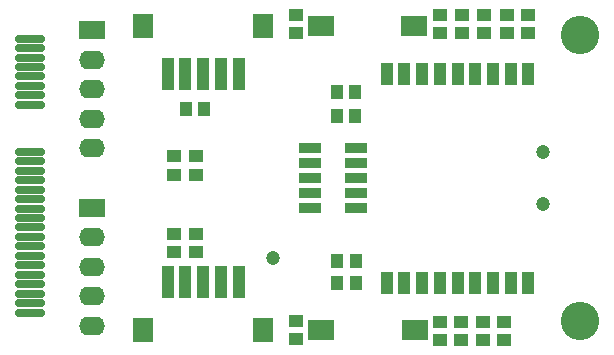
<source format=gts>
G04*
G04 #@! TF.GenerationSoftware,Altium Limited,Altium Designer,19.0.4 (130)*
G04*
G04 Layer_Color=8388736*
%FSLAX25Y25*%
%MOIN*%
G70*
G01*
G75*
G04:AMPARAMS|DCode=24|XSize=23.62mil|YSize=100.39mil|CornerRadius=0mil|HoleSize=0mil|Usage=FLASHONLY|Rotation=270.000|XOffset=0mil|YOffset=0mil|HoleType=Round|Shape=Octagon|*
%AMOCTAGOND24*
4,1,8,0.05020,0.00591,0.05020,-0.00591,0.04429,-0.01181,-0.04429,-0.01181,-0.05020,-0.00591,-0.05020,0.00591,-0.04429,0.01181,0.04429,0.01181,0.05020,0.00591,0.0*
%
%ADD24OCTAGOND24*%

G04:AMPARAMS|DCode=25|XSize=23.62mil|YSize=100.39mil|CornerRadius=0mil|HoleSize=0mil|Usage=FLASHONLY|Rotation=270.000|XOffset=0mil|YOffset=0mil|HoleType=Round|Shape=Octagon|*
%AMOCTAGOND25*
4,1,8,0.05020,0.00591,0.05020,-0.00591,0.04429,-0.01181,-0.04429,-0.01181,-0.05020,-0.00591,-0.05020,0.00591,-0.04429,0.01181,0.04429,0.01181,0.05020,0.00591,0.0*
%
%ADD25OCTAGOND25*%

%ADD27R,0.04658X0.04461*%
%ADD28C,0.04737*%
%ADD29R,0.04461X0.04658*%
%ADD30R,0.07493X0.03753*%
%ADD31R,0.08674X0.06706*%
%ADD32R,0.03950X0.10642*%
%ADD33R,0.06706X0.08477*%
%ADD34R,0.04343X0.07493*%
%ADD35R,0.08674X0.06312*%
%ADD36O,0.08674X0.06312*%
%ADD37C,0.04737*%
%ADD38C,0.12800*%
D24*
X5622Y105493D02*
D03*
Y83445D02*
D03*
Y102343D02*
D03*
Y99193D02*
D03*
Y96044D02*
D03*
Y92894D02*
D03*
Y89745D02*
D03*
Y86595D02*
D03*
Y58284D02*
D03*
X5722Y51984D02*
D03*
Y45685D02*
D03*
Y48835D02*
D03*
Y55134D02*
D03*
X5622Y39386D02*
D03*
Y33087D02*
D03*
Y36236D02*
D03*
Y42535D02*
D03*
Y26787D02*
D03*
Y20488D02*
D03*
Y23638D02*
D03*
Y29937D02*
D03*
Y17339D02*
D03*
Y14189D02*
D03*
D25*
Y67732D02*
D03*
Y61433D02*
D03*
Y64583D02*
D03*
D27*
X94236Y5268D02*
D03*
Y11331D02*
D03*
X53811Y66213D02*
D03*
Y60150D02*
D03*
X142244Y113331D02*
D03*
Y107268D02*
D03*
X149622Y113331D02*
D03*
Y107268D02*
D03*
X149386Y5087D02*
D03*
Y11150D02*
D03*
X163842Y5087D02*
D03*
Y11150D02*
D03*
X53811Y34449D02*
D03*
Y40512D02*
D03*
X61039Y40512D02*
D03*
Y34449D02*
D03*
X164646Y113331D02*
D03*
Y107268D02*
D03*
X157118Y113331D02*
D03*
Y107268D02*
D03*
X94236Y113331D02*
D03*
Y107268D02*
D03*
X61039Y60150D02*
D03*
Y66213D02*
D03*
X156614Y11150D02*
D03*
Y5087D02*
D03*
X142244Y5087D02*
D03*
Y11150D02*
D03*
X171874Y113394D02*
D03*
Y107331D02*
D03*
D28*
X86874Y32394D02*
D03*
D29*
X108071Y79691D02*
D03*
X114134D02*
D03*
X114134Y87811D02*
D03*
X108071D02*
D03*
X63803Y81921D02*
D03*
X57740D02*
D03*
X108205Y31323D02*
D03*
X114268D02*
D03*
Y24016D02*
D03*
X108205D02*
D03*
D30*
X114409Y49039D02*
D03*
Y59039D02*
D03*
Y64039D02*
D03*
Y69039D02*
D03*
Y54039D02*
D03*
X99055D02*
D03*
Y69039D02*
D03*
Y64039D02*
D03*
Y59039D02*
D03*
Y49039D02*
D03*
D31*
X133831Y109803D02*
D03*
X102599Y109725D02*
D03*
X102831Y8299D02*
D03*
X134062Y8378D02*
D03*
D32*
X75260Y24244D02*
D03*
X69354D02*
D03*
X63449D02*
D03*
X51638D02*
D03*
X57543D02*
D03*
X69354Y93819D02*
D03*
X75260D02*
D03*
X63449D02*
D03*
X57543D02*
D03*
X51638D02*
D03*
D33*
X43496Y8299D02*
D03*
X83402D02*
D03*
X43496Y109764D02*
D03*
X83402D02*
D03*
D34*
X171874Y24094D02*
D03*
X165969D02*
D03*
X160063D02*
D03*
X154157D02*
D03*
X148252D02*
D03*
X142346D02*
D03*
X136441D02*
D03*
X130535D02*
D03*
X124630D02*
D03*
Y93780D02*
D03*
X130535D02*
D03*
X136441D02*
D03*
X142346D02*
D03*
X148252D02*
D03*
X154157D02*
D03*
X160063D02*
D03*
X165969D02*
D03*
X171874D02*
D03*
D35*
X26236Y49134D02*
D03*
Y108362D02*
D03*
D36*
Y39291D02*
D03*
Y29449D02*
D03*
Y19606D02*
D03*
Y9764D02*
D03*
Y98520D02*
D03*
Y88677D02*
D03*
Y78835D02*
D03*
Y68992D02*
D03*
D37*
X176803Y50504D02*
D03*
Y67827D02*
D03*
D38*
X189163Y106650D02*
D03*
X189124Y11372D02*
D03*
M02*

</source>
